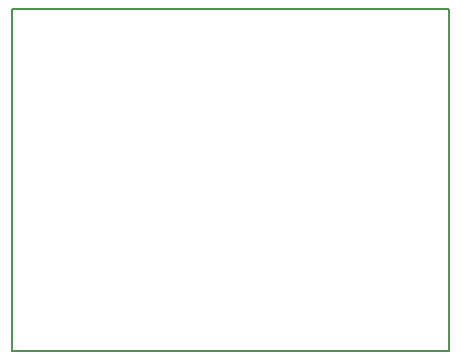
<source format=gbr>
%TF.GenerationSoftware,KiCad,Pcbnew,(6.0.8)*%
%TF.CreationDate,2022-11-16T15:32:54+01:00*%
%TF.ProjectId,l_g_d,6c5f675f-642e-46b6-9963-61645f706362,rev?*%
%TF.SameCoordinates,Original*%
%TF.FileFunction,Profile,NP*%
%FSLAX46Y46*%
G04 Gerber Fmt 4.6, Leading zero omitted, Abs format (unit mm)*
G04 Created by KiCad (PCBNEW (6.0.8)) date 2022-11-16 15:32:54*
%MOMM*%
%LPD*%
G01*
G04 APERTURE LIST*
%TA.AperFunction,Profile*%
%ADD10C,0.150000*%
%TD*%
G04 APERTURE END LIST*
D10*
X165000000Y-91000000D02*
X165000000Y-62000000D01*
X128000000Y-91000000D02*
X165000000Y-91000000D01*
X128000000Y-62000000D02*
X128000000Y-91000000D01*
X165000000Y-62000000D02*
X128000000Y-62000000D01*
M02*

</source>
